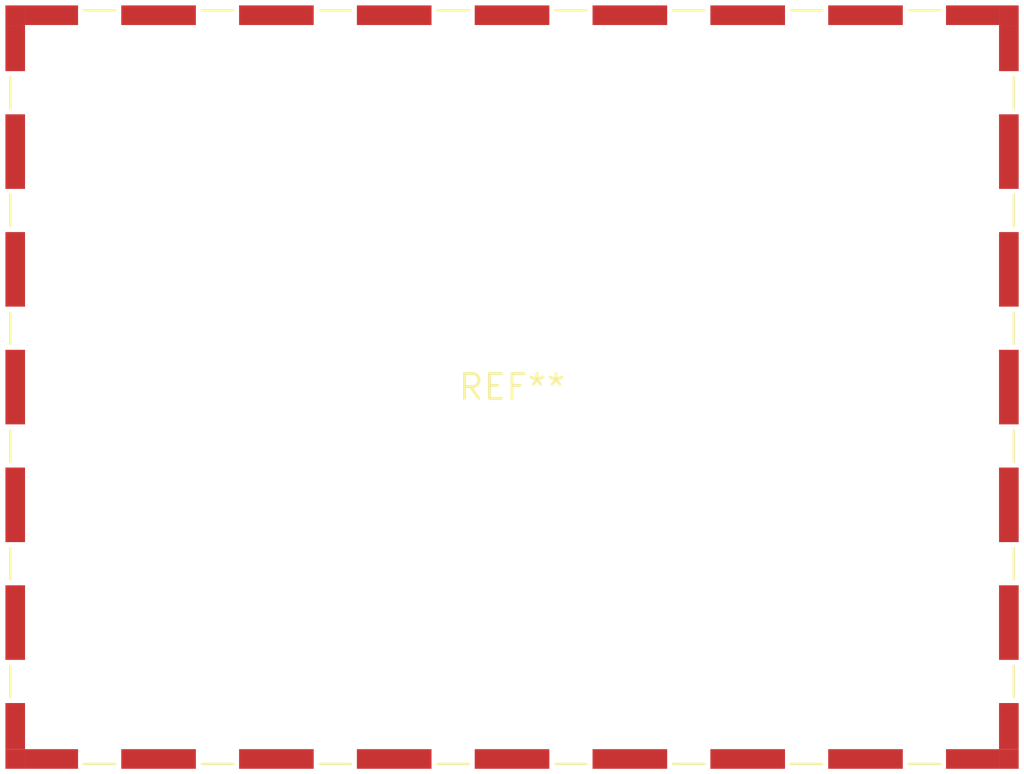
<source format=kicad_pcb>
(kicad_pcb (version 20240108) (generator pcbnew)
  (layers (0 "F.Cu" signal) (31 "B.Cu" signal) (34 "B.Paste" user) (35 "F.Paste" user) (36 "B.SilkS" user "B.Silkscreen") (37 "F.SilkS" user "F.Silkscreen") (38 "B.Mask" user) (39 "F.Mask" user) (44 "Edge.Cuts" user))
  (net 0 "")
  (footprint "Laird_Technologies_BMI-S-230-F_50.8x38.1mm" (layer "F.Cu") (at 0 0)
    (property "Reference" "REF**")
    (property "Value" "Laird_Technologies_BMI-S-230-F_50.8x38.1mm")
    (fp_line (start -25.55 -15.8) (end -25.55 -14.2) (layer "F.SilkS") (stroke (width 0.12)))
    (fp_line (start -25.55 -9.8) (end -25.55 -8.2) (layer "F.SilkS") (stroke (width 0.12)))
    (fp_line (start -25.55 -3.8) (end -25.55 -2.2) (layer "F.SilkS") (stroke (width 0.12)))
    (fp_line (start -25.55 2.2) (end -25.55 3.8) (layer "F.SilkS") (stroke (width 0.12)))
    (fp_line (start -25.55 8.2) (end -25.55 9.8) (layer "F.SilkS") (stroke (width 0.12)))
    (fp_line (start -25.55 14.2) (end -25.55 15.8) (layer "F.SilkS") (stroke (width 0.12)))
    (fp_line (start -21.8 -19.2) (end -20.2 -19.2) (layer "F.SilkS") (stroke (width 0.12)))
    (fp_line (start -21.8 19.2) (end -20.2 19.2) (layer "F.SilkS") (stroke (width 0.12)))
    (fp_line (start -15.8 -19.2) (end -14.2 -19.2) (layer "F.SilkS") (stroke (width 0.12)))
    (fp_line (start -15.8 19.2) (end -14.2 19.2) (layer "F.SilkS") (stroke (width 0.12)))
    (fp_line (start -9.8 -19.2) (end -8.2 -19.2) (layer "F.SilkS") (stroke (width 0.12)))
    (fp_line (start -9.8 19.2) (end -8.2 19.2) (layer "F.SilkS") (stroke (width 0.12)))
    (fp_line (start -3.8 -19.2) (end -2.2 -19.2) (layer "F.SilkS") (stroke (width 0.12)))
    (fp_line (start -3.8 19.2) (end -2.2 19.2) (layer "F.SilkS") (stroke (width 0.12)))
    (fp_line (start 2.2 -19.2) (end 3.8 -19.2) (layer "F.SilkS") (stroke (width 0.12)))
    (fp_line (start 2.2 19.2) (end 3.8 19.2) (layer "F.SilkS") (stroke (width 0.12)))
    (fp_line (start 8.2 -19.2) (end 9.8 -19.2) (layer "F.SilkS") (stroke (width 0.12)))
    (fp_line (start 8.2 19.2) (end 9.8 19.2) (layer "F.SilkS") (stroke (width 0.12)))
    (fp_line (start 14.2 -19.2) (end 15.8 -19.2) (layer "F.SilkS") (stroke (width 0.12)))
    (fp_line (start 14.2 19.2) (end 15.8 19.2) (layer "F.SilkS") (stroke (width 0.12)))
    (fp_line (start 20.2 -19.2) (end 21.8 -19.2) (layer "F.SilkS") (stroke (width 0.12)))
    (fp_line (start 20.2 19.2) (end 21.8 19.2) (layer "F.SilkS") (stroke (width 0.12)))
    (fp_line (start 25.55 -15.8) (end 25.55 -14.2) (layer "F.SilkS") (stroke (width 0.12)))
    (fp_line (start 25.55 -9.8) (end 25.55 -8.2) (layer "F.SilkS") (stroke (width 0.12)))
    (fp_line (start 25.55 -3.8) (end 25.55 -2.2) (layer "F.SilkS") (stroke (width 0.12)))
    (fp_line (start 25.55 2.2) (end 25.55 3.8) (layer "F.SilkS") (stroke (width 0.12)))
    (fp_line (start 25.55 8.2) (end 25.55 9.8) (layer "F.SilkS") (stroke (width 0.12)))
    (fp_line (start 25.55 14.2) (end 25.55 15.8) (layer "F.SilkS") (stroke (width 0.12)))
    (pad "1" smd rect (at -25.3 -18.95) (size 1 1) (layers "F.Cu" "F.Paste" "F.Mask"))
    (pad "1" smd rect (at -25.3 -17.275) (size 1 2.35) (layers "F.Cu" "F.Paste" "F.Mask"))
    (pad "1" smd rect (at -25.3 -12) (size 1 3.8) (layers "F.Cu" "F.Paste" "F.Mask"))
    (pad "1" smd rect (at -25.3 -6) (size 1 3.8) (layers "F.Cu" "F.Paste" "F.Mask"))
    (pad "1" smd rect (at -25.3 0) (size 1 3.8) (layers "F.Cu" "F.Paste" "F.Mask"))
    (pad "1" smd rect (at -25.3 6) (size 1 3.8) (layers "F.Cu" "F.Paste" "F.Mask"))
    (pad "1" smd rect (at -25.3 12) (size 1 3.8) (layers "F.Cu" "F.Paste" "F.Mask"))
    (pad "1" smd rect (at -25.3 17.275) (size 1 2.35) (layers "F.Cu" "F.Paste" "F.Mask"))
    (pad "1" smd rect (at -25.3 18.95) (size 1 1) (layers "F.Cu" "F.Paste" "F.Mask"))
    (pad "1" smd rect (at -23.45 -18.95) (size 2.7 1) (layers "F.Cu" "F.Paste" "F.Mask"))
    (pad "1" smd rect (at -23.45 18.95) (size 2.7 1) (layers "F.Cu" "F.Paste" "F.Mask"))
    (pad "1" smd rect (at -18 -18.95) (size 3.8 1) (layers "F.Cu" "F.Paste" "F.Mask"))
    (pad "1" smd rect (at -18 18.95) (size 3.8 1) (layers "F.Cu" "F.Paste" "F.Mask"))
    (pad "1" smd rect (at -12 -18.95) (size 3.8 1) (layers "F.Cu" "F.Paste" "F.Mask"))
    (pad "1" smd rect (at -12 18.95) (size 3.8 1) (layers "F.Cu" "F.Paste" "F.Mask"))
    (pad "1" smd rect (at -6 -18.95) (size 3.8 1) (layers "F.Cu" "F.Paste" "F.Mask"))
    (pad "1" smd rect (at -6 18.95) (size 3.8 1) (layers "F.Cu" "F.Paste" "F.Mask"))
    (pad "1" smd rect (at 0 -18.95) (size 3.8 1) (layers "F.Cu" "F.Paste" "F.Mask"))
    (pad "1" smd rect (at 0 18.95) (size 3.8 1) (layers "F.Cu" "F.Paste" "F.Mask"))
    (pad "1" smd rect (at 6 -18.95) (size 3.8 1) (layers "F.Cu" "F.Paste" "F.Mask"))
    (pad "1" smd rect (at 6 18.95) (size 3.8 1) (layers "F.Cu" "F.Paste" "F.Mask"))
    (pad "1" smd rect (at 12 -18.95) (size 3.8 1) (layers "F.Cu" "F.Paste" "F.Mask"))
    (pad "1" smd rect (at 12 18.95) (size 3.8 1) (layers "F.Cu" "F.Paste" "F.Mask"))
    (pad "1" smd rect (at 18 -18.95) (size 3.8 1) (layers "F.Cu" "F.Paste" "F.Mask"))
    (pad "1" smd rect (at 18 18.95) (size 3.8 1) (layers "F.Cu" "F.Paste" "F.Mask"))
    (pad "1" smd rect (at 23.45 -18.95) (size 2.7 1) (layers "F.Cu" "F.Paste" "F.Mask"))
    (pad "1" smd rect (at 23.45 18.95) (size 2.7 1) (layers "F.Cu" "F.Paste" "F.Mask"))
    (pad "1" smd rect (at 25.3 -18.95) (size 1 1) (layers "F.Cu" "F.Paste" "F.Mask"))
    (pad "1" smd rect (at 25.3 -17.275) (size 1 2.35) (layers "F.Cu" "F.Paste" "F.Mask"))
    (pad "1" smd rect (at 25.3 -12) (size 1 3.8) (layers "F.Cu" "F.Paste" "F.Mask"))
    (pad "1" smd rect (at 25.3 -6) (size 1 3.8) (layers "F.Cu" "F.Paste" "F.Mask"))
    (pad "1" smd rect (at 25.3 0) (size 1 3.8) (layers "F.Cu" "F.Paste" "F.Mask"))
    (pad "1" smd rect (at 25.3 6) (size 1 3.8) (layers "F.Cu" "F.Paste" "F.Mask"))
    (pad "1" smd rect (at 25.3 12) (size 1 3.8) (layers "F.Cu" "F.Paste" "F.Mask"))
    (pad "1" smd rect (at 25.3 17.275) (size 1 2.35) (layers "F.Cu" "F.Paste" "F.Mask"))
    (pad "1" smd rect (at 25.3 18.95) (size 1 1) (layers "F.Cu" "F.Paste" "F.Mask"))
  )
)
</source>
